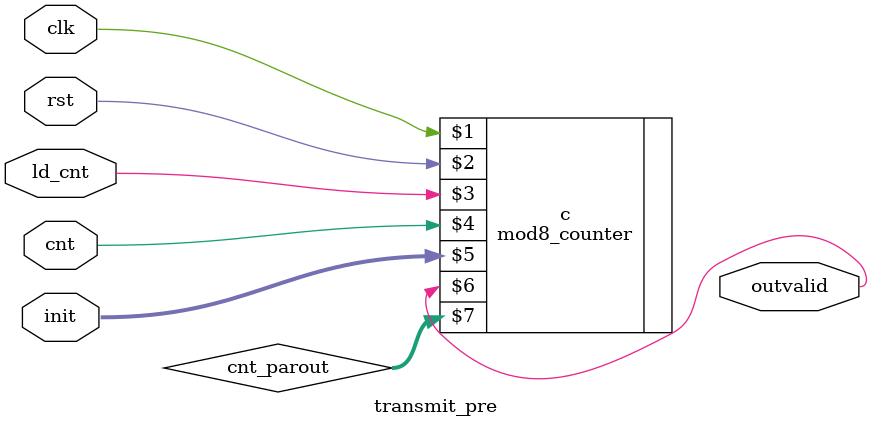
<source format=v>
module transmit_pre(input  clk , rst , ld_cnt , cnt ,input[7:0] init , output outvalid);
wire [7:0] cnt_parout;
    
    mod8_counter c(clk , rst , ld_cnt , cnt , init , outvalid , cnt_parout);
endmodule

</source>
